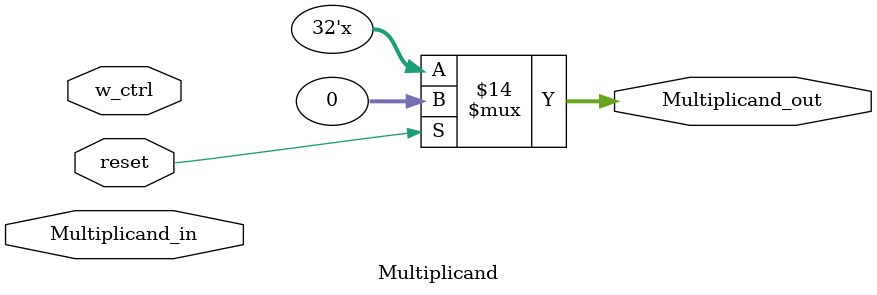
<source format=v>
module Multiplicand (
    input [31:0] Multiplicand_in,
    input reset,w_ctrl,
    output reg [31:0] Multiplicand_out
);
    reg [31:0] multiplicand_reg;
    always @(reset or w_ctrl or Multiplicand_in) begin
        if (reset == 1) begin
            Multiplicand_out[31:0] = 0;
            multiplicand_reg[31:0] = Multiplicand_in[31:0];
        end
        else if (reset == 0 && w_ctrl == 1) begin
            Multiplicand_out[31:0] =  multiplicand_reg[31:0];
        end
    end
endmodule

</source>
